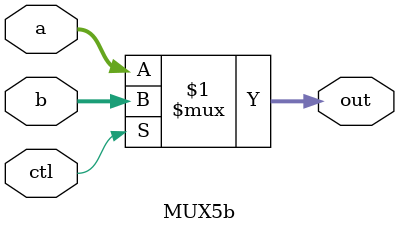
<source format=v>
`timescale 1ns / 1ps


module MUX5b(ctl,a,b,out);

  input ctl;
  input [4:0] a,b;
  output [4:0] out;

  assign out=(ctl)?b:a;
endmodule

</source>
